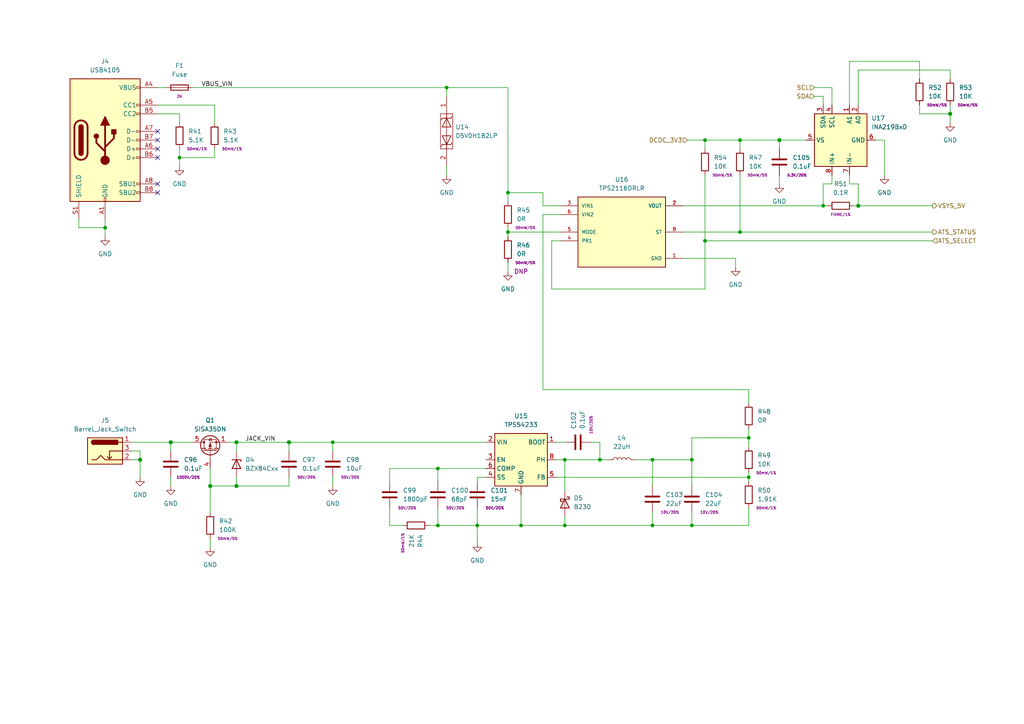
<source format=kicad_sch>
(kicad_sch (version 20211123) (generator eeschema)
  (paper "A4")
  (lib_symbols
    (symbol "Analog_ADC:INA219BxD"
      (property "Reference" "U" (at -6.35 8.89 0))
      (property "Value" "INA219BxD" (at 5.08 8.89 0))
      (symbol "INA219BxD_0_1"
        (rectangle (start -7.62 7.62) (end 7.62 -7.62) (stroke (width 0.254)) (fill (type background)))
      )
      (symbol "INA219BxD_1_1"
        (pin input line (at 10.16 -2.54 180) (length 2.54) (name "A1") (number "1"))
        (pin input line (at 10.16 -5.08 180) (length 2.54) (name "A0") (number "2"))
        (pin bidirectional line (at 10.16 5.08 180) (length 2.54) (name "SDA") (number "3"))
        (pin input line (at 10.16 2.54 180) (length 2.54) (name "SCL") (number "4"))
        (pin power_in line (at 0 10.16 270) (length 2.54) (name "VS") (number "5"))
        (pin power_in line (at 0 -10.16 90) (length 2.54) (name "GND") (number "6"))
        (pin input line (at -10.16 -2.54 0) (length 2.54) (name "IN-") (number "7"))
        (pin input line (at -10.16 2.54 0) (length 2.54) (name "IN+") (number "8"))
      )
    )
    (symbol "Connector:Barrel_Jack_Switch" (pin_names hide)
      (property "Reference" "J" (at 0 5.334 0))
      (property "Value" "Barrel_Jack_Switch" (at 0 -5.08 0))
      (symbol "Barrel_Jack_Switch_0_1"
        (rectangle (start -5.08 3.81) (end 5.08 -3.81) (stroke (width 0.254)) (fill (type background)))
        (arc (start -3.302 3.175) (mid -3.937 2.54) (end -3.302 1.905) (stroke (width 0.254)))
        (arc (start -3.302 3.175) (mid -3.937 2.54) (end -3.302 1.905) (stroke (width 0.254)) (fill (type outline)))
        (polyline (pts (xy 1.27 -2.286) (xy 1.905 -1.651)) (stroke (width 0.254)))
        (polyline (pts (xy 5.08 2.54) (xy 3.81 2.54)) (stroke (width 0.254)))
        (polyline (pts (xy 5.08 0) (xy 1.27 0) (xy 1.27 -2.286) (xy 0.635 -1.651)) (stroke (width 0.254)))
        (polyline (pts (xy -3.81 -2.54) (xy -2.54 -2.54) (xy -1.27 -1.27) (xy 0 -2.54) (xy 2.54 -2.54) (xy 5.08 -2.54)) (stroke (width 0.254)))
        (rectangle (start 3.683 3.175) (end -3.302 1.905) (stroke (width 0.254)) (fill (type outline)))
      )
      (symbol "Barrel_Jack_Switch_1_1"
        (pin passive line (at 7.62 2.54 180) (length 2.54) (name "~") (number "1"))
        (pin passive line (at 7.62 -2.54 180) (length 2.54) (name "~") (number "2"))
        (pin passive line (at 7.62 0 180) (length 2.54) (name "~") (number "3"))
      )
    )
    (symbol "Connector:USB_C_Receptacle_USB2.0" (pin_names (offset 1.016))
      (property "Reference" "J" (at -10.16 19.05 0))
      (property "Value" "USB_C_Receptacle_USB2.0" (at 19.05 19.05 0))
      (symbol "USB_C_Receptacle_USB2.0_0_0"
        (rectangle (start -0.254 -17.78) (end 0.254 -16.764))
        (rectangle (start 10.16 -14.986) (end 9.144 -15.494))
        (rectangle (start 10.16 -12.446) (end 9.144 -12.954))
        (rectangle (start 10.16 -4.826) (end 9.144 -5.334))
        (rectangle (start 10.16 -2.286) (end 9.144 -2.794))
        (rectangle (start 10.16 0.254) (end 9.144 -0.254))
        (rectangle (start 10.16 2.794) (end 9.144 2.286))
        (rectangle (start 10.16 7.874) (end 9.144 7.366))
        (rectangle (start 10.16 10.414) (end 9.144 9.906))
        (rectangle (start 10.16 15.494) (end 9.144 14.986))
      )
      (symbol "USB_C_Receptacle_USB2.0_0_1"
        (rectangle (start -10.16 17.78) (end 10.16 -17.78) (stroke (width 0.254)) (fill (type background)))
        (arc (start -8.89 -3.81) (mid -6.985 -5.715) (end -5.08 -3.81) (stroke (width 0.508)))
        (arc (start -7.62 -3.81) (mid -6.985 -4.445) (end -6.35 -3.81) (stroke (width 0.254)))
        (arc (start -7.62 -3.81) (mid -6.985 -4.445) (end -6.35 -3.81) (stroke (width 0.254)) (fill (type outline)))
        (rectangle (start -7.62 -3.81) (end -6.35 3.81) (stroke (width 0.254)) (fill (type outline)))
        (arc (start -6.35 3.81) (mid -6.985 4.445) (end -7.62 3.81) (stroke (width 0.254)))
        (arc (start -6.35 3.81) (mid -6.985 4.445) (end -7.62 3.81) (stroke (width 0.254)) (fill (type outline)))
        (arc (start -5.08 3.81) (mid -6.985 5.715) (end -8.89 3.81) (stroke (width 0.508)))
        (circle (center -2.54 1.143) (radius 0.635) (stroke (width 0.254)) (fill (type outline)))
        (circle (center 0 -5.842) (radius 1.27) (fill (type outline)))
        (polyline (pts (xy -8.89 -3.81) (xy -8.89 3.81)) (stroke (width 0.508)))
        (polyline (pts (xy -5.08 3.81) (xy -5.08 -3.81)) (stroke (width 0.508)))
        (polyline (pts (xy 0 -5.842) (xy 0 4.318)) (stroke (width 0.508)))
        (polyline (pts (xy 0 -3.302) (xy -2.54 -0.762) (xy -2.54 0.508)) (stroke (width 0.508)))
        (polyline (pts (xy 0 -2.032) (xy 2.54 0.508) (xy 2.54 1.778)) (stroke (width 0.508)))
        (polyline (pts (xy -1.27 4.318) (xy 0 6.858) (xy 1.27 4.318) (xy -1.27 4.318)) (stroke (width 0.254)) (fill (type outline)))
        (rectangle (start 1.905 1.778) (end 3.175 3.048) (stroke (width 0.254)) (fill (type outline)))
      )
      (symbol "USB_C_Receptacle_USB2.0_1_1"
        (pin passive line (at 0 -22.86 90) (length 5.08) (name "GND") (number "A1"))
        (pin passive line (at 0 -22.86 90) (length 5.08) hide (name "GND") (number "A12"))
        (pin passive line (at 15.24 15.24 180) (length 5.08) (name "VBUS") (number "A4"))
        (pin bidirectional line (at 15.24 10.16 180) (length 5.08) (name "CC1") (number "A5"))
        (pin bidirectional line (at 15.24 -2.54 180) (length 5.08) (name "D+") (number "A6"))
        (pin bidirectional line (at 15.24 2.54 180) (length 5.08) (name "D-") (number "A7"))
        (pin bidirectional line (at 15.24 -12.7 180) (length 5.08) (name "SBU1") (number "A8"))
        (pin passive line (at 15.24 15.24 180) (length 5.08) hide (name "VBUS") (number "A9"))
        (pin passive line (at 0 -22.86 90) (length 5.08) hide (name "GND") (number "B1"))
        (pin passive line (at 0 -22.86 90) (length 5.08) hide (name "GND") (number "B12"))
        (pin passive line (at 15.24 15.24 180) (length 5.08) hide (name "VBUS") (number "B4"))
        (pin bidirectional line (at 15.24 7.62 180) (length 5.08) (name "CC2") (number "B5"))
        (pin bidirectional line (at 15.24 -5.08 180) (length 5.08) (name "D+") (number "B6"))
        (pin bidirectional line (at 15.24 0 180) (length 5.08) (name "D-") (number "B7"))
        (pin bidirectional line (at 15.24 -15.24 180) (length 5.08) (name "SBU2") (number "B8"))
        (pin passive line (at 15.24 15.24 180) (length 5.08) hide (name "VBUS") (number "B9"))
        (pin passive line (at -7.62 -22.86 90) (length 5.08) (name "SHIELD") (number "S1"))
      )
    )
    (symbol "Device:C" (pin_numbers hide) (pin_names (offset 0.254))
      (property "Reference" "C" (at 0.635 2.54 0))
      (property "Value" "C" (at 0.635 -2.54 0))
      (symbol "C_0_1"
        (polyline (pts (xy -2.032 -0.762) (xy 2.032 -0.762)) (stroke (width 0.508)))
        (polyline (pts (xy -2.032 0.762) (xy 2.032 0.762)) (stroke (width 0.508)))
      )
      (symbol "C_1_1"
        (pin passive line (at 0 3.81 270) (length 2.794) (name "~") (number "1"))
        (pin passive line (at 0 -3.81 90) (length 2.794) (name "~") (number "2"))
      )
    )
    (symbol "Device:Fuse" (pin_numbers hide) (pin_names (offset 0))
      (property "Reference" "F" (at 2.032 0 90))
      (property "Value" "Fuse" (at -1.905 0 90))
      (symbol "Fuse_0_1"
        (rectangle (start -0.762 -2.54) (end 0.762 2.54) (stroke (width 0.254)))
        (polyline (pts (xy 0 2.54) (xy 0 -2.54)))
      )
      (symbol "Fuse_1_1"
        (pin passive line (at 0 3.81 270) (length 1.27) (name "~") (number "1"))
        (pin passive line (at 0 -3.81 90) (length 1.27) (name "~") (number "2"))
      )
    )
    (symbol "Device:L" (pin_numbers hide) (pin_names (offset 1.016) hide)
      (property "Reference" "L" (at -1.27 0 90))
      (property "Value" "L" (at 1.905 0 90))
      (symbol "L_0_1"
        (arc (start 0 -2.54) (mid 0.635 -1.905) (end 0 -1.27))
        (arc (start 0 -1.27) (mid 0.635 -0.635) (end 0 0))
        (arc (start 0 0) (mid 0.635 0.635) (end 0 1.27))
        (arc (start 0 1.27) (mid 0.635 1.905) (end 0 2.54))
      )
      (symbol "L_1_1"
        (pin passive line (at 0 3.81 270) (length 1.27) (name "1") (number "1"))
        (pin passive line (at 0 -3.81 90) (length 1.27) (name "2") (number "2"))
      )
    )
    (symbol "Device:R" (pin_numbers hide) (pin_names (offset 0))
      (property "Reference" "R" (at 2.032 0 90))
      (property "Value" "R" (at 0 0 90))
      (symbol "R_0_1"
        (rectangle (start -1.016 -2.54) (end 1.016 2.54) (stroke (width 0.254)))
      )
      (symbol "R_1_1"
        (pin passive line (at 0 3.81 270) (length 1.27) (name "~") (number "1"))
        (pin passive line (at 0 -3.81 90) (length 1.27) (name "~") (number "2"))
      )
    )
    (symbol "Diode:B230" (pin_numbers hide) (pin_names (offset 1.016) hide)
      (property "Reference" "D" (at 0 2.54 0))
      (property "Value" "B230" (at 0 -2.54 0))
      (symbol "B230_0_1"
        (polyline (pts (xy 1.27 0) (xy -1.27 0)))
        (polyline (pts (xy 1.27 1.27) (xy 1.27 -1.27) (xy -1.27 0) (xy 1.27 1.27)) (stroke (width 0.254)))
        (polyline (pts (xy -1.905 0.635) (xy -1.905 1.27) (xy -1.27 1.27) (xy -1.27 -1.27) (xy -0.635 -1.27) (xy -0.635 -0.635)) (stroke (width 0.254)))
      )
      (symbol "B230_1_1"
        (pin passive line (at -3.81 0 0) (length 2.54) (name "K") (number "1"))
        (pin passive line (at 3.81 0 180) (length 2.54) (name "A") (number "2"))
      )
    )
    (symbol "Diode:BZX84Cxx" (pin_numbers hide) (pin_names (offset 1.016) hide)
      (property "Reference" "D" (at 0 2.54 0))
      (property "Value" "BZX84Cxx" (at 0 -2.54 0))
      (symbol "BZX84Cxx_0_1"
        (polyline (pts (xy 1.27 0) (xy -1.27 0)))
        (polyline (pts (xy -1.27 -1.27) (xy -1.27 1.27) (xy -0.762 1.27)) (stroke (width 0.254)))
        (polyline (pts (xy 1.27 -1.27) (xy 1.27 1.27) (xy -1.27 0) (xy 1.27 -1.27)) (stroke (width 0.254)))
      )
      (symbol "BZX84Cxx_1_1"
        (pin passive line (at -3.81 0 0) (length 2.54) (name "K") (number "1"))
        (pin passive line (at 3.81 0 180) (length 2.54) (name "A") (number "2"))
      )
    )
    (symbol "Regulator_Switching:TPS54233"
      (property "Reference" "U" (at 0 11.43 0))
      (property "Value" "TPS54233" (at 0 8.89 0))
      (symbol "TPS54233_1_1"
        (rectangle (start -7.62 7.62) (end 7.62 -7.62) (stroke (width 0.254)) (fill (type background)))
        (pin input line (at 10.16 5.08 180) (length 2.54) (name "BOOT") (number "1"))
        (pin power_in line (at -10.16 5.08 0) (length 2.54) (name "VIN") (number "2"))
        (pin input line (at -10.16 0 0) (length 2.54) (name "EN") (number "3"))
        (pin input line (at -10.16 -5.08 0) (length 2.54) (name "SS") (number "4"))
        (pin input line (at 10.16 -5.08 180) (length 2.54) (name "FB") (number "5"))
        (pin passive line (at -10.16 -2.54 0) (length 2.54) (name "COMP") (number "6"))
        (pin power_in line (at 0 -10.16 90) (length 2.54) (name "GND") (number "7"))
        (pin output line (at 10.16 0 180) (length 2.54) (name "PH") (number "8"))
      )
    )
    (symbol "dNAS-CM4:SiSA35DN" (pin_names hide)
      (property "Reference" "Q" (at -1.27 8.89 0))
      (property "Value" "SiSA35DN" (at 0 6.35 0))
      (symbol "SiSA35DN_0_1"
        (circle (center -1.778 2.54) (radius 0.254) (fill (type outline)))
        (polyline (pts (xy -2.54 2.54) (xy -1.778 2.54)))
        (polyline (pts (xy -2.286 0.762) (xy -1.27 0.762)) (stroke (width 0.254)))
        (polyline (pts (xy -1.905 0.254) (xy 1.905 0.254)) (stroke (width 0.254)))
        (polyline (pts (xy -0.508 0.762) (xy 0.508 0.762)) (stroke (width 0.254)))
        (polyline (pts (xy 0 0.254) (xy 0 -2.54)))
        (polyline (pts (xy 1.27 0.762) (xy 2.286 0.762)) (stroke (width 0.254)))
        (polyline (pts (xy 2.54 2.54) (xy 0 2.54) (xy 0 0.762)))
        (polyline (pts (xy -1.778 0.762) (xy -1.778 3.302) (xy 1.778 3.302) (xy 1.778 0.762)))
        (polyline (pts (xy 0 2.286) (xy -0.381 1.27) (xy 0.381 1.27) (xy 0 2.286)) (fill (type outline)))
        (polyline (pts (xy 0.381 3.302) (xy -0.254 2.921) (xy -0.254 3.683) (xy 0.381 3.302)))
        (polyline (pts (xy 0.508 2.794) (xy 0.381 2.921) (xy 0.381 3.683) (xy 0.254 3.81)))
        (circle (center 0 1.651) (radius 2.794) (stroke (width 0.254)))
        (circle (center 1.778 2.54) (radius 0.254) (fill (type outline)))
      )
      (symbol "SiSA35DN_1_1"
        (pin passive line (at 5.08 2.54 180) (length 2.54) (name "S") (number "1"))
        (pin passive line (at 5.08 2.54 180) (length 2.54) hide (name "S") (number "2"))
        (pin passive line (at 5.08 2.54 180) (length 2.54) hide (name "S") (number "3"))
        (pin passive line (at 0 -5.08 90) (length 2.54) (name "G") (number "4"))
        (pin passive line (at -5.08 2.54 0) (length 2.54) (name "D") (number "5"))
      )
    )
    (symbol "imx6ull-sbc:D5V0H1B2LP" (pin_names (offset 1.016))
      (property "Reference" "U" (at 0 1.27 0))
      (property "Value" "D5V0H1B2LP" (at -0.127 -4.064 0))
      (symbol "D5V0H1B2LP_0_1"
        (polyline (pts (xy -3.81 -2.54) (xy -3.302 -2.794)) (stroke (width 0.2032)))
        (polyline (pts (xy -3.81 -1.27) (xy -5.08 -1.27)) (stroke (width 0.2032)))
        (polyline (pts (xy -3.81 0) (xy -4.318 0.254)) (stroke (width 0.2032)))
        (polyline (pts (xy 3.81 -2.54) (xy 4.318 -2.794)) (stroke (width 0.2032)))
        (polyline (pts (xy 3.81 0) (xy 3.302 0.254)) (stroke (width 0.2032)))
        (polyline (pts (xy 5.08 -1.27) (xy 3.81 -1.27)) (stroke (width 0.2032)))
      )
      (symbol "D5V0H1B2LP_1_1"
        (rectangle (start -5.08 0.508) (end 5.08 -3.048))
        (polyline (pts (xy -3.81 -1.27) (xy 3.81 -1.27)))
        (polyline (pts (xy -3.81 0) (xy -3.81 -2.54) (xy -3.81 -2.54)) (stroke (width 0.2032)))
        (polyline (pts (xy 3.81 0) (xy 3.81 -2.54) (xy 3.81 -2.54)) (stroke (width 0.2032)))
        (polyline (pts (xy -1.27 -2.54) (xy -3.81 -1.27) (xy -1.27 0) (xy -1.27 -2.54) (xy -1.27 -2.54) (xy -1.27 -2.54)) (stroke (width 0.2032)))
        (polyline (pts (xy 1.27 0) (xy 3.81 -1.27) (xy 1.27 -2.54) (xy 1.27 0) (xy 1.27 0) (xy 1.27 0)) (stroke (width 0.2032)))
        (pin passive line (at -10.16 -1.27 0) (length 5.08) (name "~") (number "1"))
        (pin passive line (at 10.16 -1.27 180) (length 5.08) (name "~") (number "2"))
      )
    )
    (symbol "imx6ull-sbc:TPS2116DRLR" (pin_names (offset 1.016))
      (property "Reference" "U" (at -12.7 11.049 0))
      (property "Value" "TPS2116DRLR" (at -12.7 -12.7 0))
      (symbol "TPS2116DRLR_0_0"
        (rectangle (start -12.7 -10.16) (end 12.7 10.16) (stroke (width 0.254)) (fill (type background)))
        (pin power_in line (at 17.78 -7.62 180) (length 5.08) (name "GND") (number "1"))
        (pin output line (at 17.78 7.62 180) (length 5.08) (name "VOUT") (number "2"))
        (pin input line (at -17.78 7.62 0) (length 5.08) (name "VIN1") (number "3"))
        (pin input line (at -17.78 -2.54 0) (length 5.08) (name "PR1") (number "4"))
        (pin input line (at -17.78 0 0) (length 5.08) (name "MODE") (number "5"))
        (pin input line (at -17.78 5.08 0) (length 5.08) (name "VIN2") (number "6"))
        (pin output line (at 17.78 7.62 180) (length 5.08) (name "VOUT") (number "7"))
        (pin output line (at 17.78 0 180) (length 5.08) (name "ST") (number "8"))
      )
    )
    (symbol "power:GND" (power) (pin_names (offset 0))
      (property "Value" "GND" (at 0 -3.81 0))
      (symbol "GND_0_1"
        (polyline (pts (xy 0 0) (xy 0 -1.27) (xy 1.27 -1.27) (xy 0 -2.54) (xy -1.27 -1.27) (xy 0 -1.27)))
      )
      (symbol "GND_1_1"
        (pin power_in line (at 0 0 270) (length 0) hide (name "GND") (number "1"))
      )
    )
  )
  (junction (at 147.32 67.31))
  (junction (at 204.47 69.85))
  (junction (at 189.23 133.35))
  (junction (at 52.07 45.72))
  (junction (at 200.66 133.35))
  (junction (at 204.47 40.64))
  (junction (at 163.83 152.4))
  (junction (at 200.66 152.4))
  (junction (at 151.13 152.4))
  (junction (at 129.54 25.4))
  (junction (at 147.32 55.88))
  (junction (at 127 135.89))
  (junction (at 96.52 128.27))
  (junction (at 248.92 59.69) (diameter 1.016))
  (junction (at 217.17 127))
  (junction (at 217.17 138.43))
  (junction (at 189.23 152.4))
  (junction (at 83.82 128.27) (diameter 1.016))
  (junction (at 68.58 128.27) (diameter 1.016))
  (junction (at 275.59 33.02) (diameter 1.016))
  (junction (at 173.99 133.35))
  (junction (at 40.64 133.35) (diameter 1.016))
  (junction (at 68.58 140.97) (diameter 1.016))
  (junction (at 30.48 66.04))
  (junction (at 226.06 40.64) (diameter 1.016))
  (junction (at 238.76 59.69))
  (junction (at 49.53 128.27) (diameter 1.016))
  (junction (at 163.83 133.35))
  (junction (at 60.96 140.97) (diameter 1.016))
  (junction (at 214.63 67.31))
  (junction (at 214.63 40.64))
  (junction (at 127 152.4))
  (junction (at 138.43 152.4))
  (no_connect (at 45.72 55.88))
  (no_connect (at 45.72 53.34))
  (no_connect (at 45.72 43.18))
  (no_connect (at 45.72 45.72))
  (no_connect (at 45.72 38.1))
  (no_connect (at 45.72 40.64))
  (wire (pts (xy 214.63 67.31) (xy 270.51 67.31)))
  (wire (pts (xy 217.17 137.16) (xy 217.17 138.43)))
  (wire (pts (xy 52.07 43.18) (xy 52.07 45.72)))
  (wire (pts (xy 30.48 66.04) (xy 30.48 68.58)))
  (wire (pts (xy 147.32 76.2) (xy 147.32 78.74)))
  (wire (pts (xy 204.47 40.64) (xy 214.63 40.64)))
  (wire (pts (xy 161.29 138.43) (xy 217.17 138.43)))
  (wire (pts (xy 254 40.64) (xy 256.54 40.64)))
  (wire (pts (xy 40.64 130.81) (xy 40.64 133.35)))
  (wire (pts (xy 83.82 140.97) (xy 68.58 140.97)))
  (wire (pts (xy 189.23 133.35) (xy 200.66 133.35)))
  (wire (pts (xy 241.3 50.8) (xy 241.3 53.34)))
  (wire (pts (xy 204.47 69.85) (xy 270.51 69.85)))
  (wire (pts (xy 246.38 53.34) (xy 248.92 53.34)))
  (wire (pts (xy 83.82 138.43) (xy 83.82 140.97)))
  (wire (pts (xy 200.66 127) (xy 200.66 133.35)))
  (wire (pts (xy 83.82 128.27) (xy 96.52 128.27)))
  (wire (pts (xy 173.99 133.35) (xy 163.83 133.35)))
  (wire (pts (xy 248.92 59.69) (xy 270.51 59.69)))
  (wire (pts (xy 52.07 45.72) (xy 62.23 45.72)))
  (wire (pts (xy 163.83 149.86) (xy 163.83 152.4)))
  (wire (pts (xy 226.06 43.18) (xy 226.06 40.64)))
  (wire (pts (xy 68.58 128.27) (xy 66.04 128.27)))
  (wire (pts (xy 200.66 133.35) (xy 200.66 140.97)))
  (wire (pts (xy 214.63 50.8) (xy 214.63 67.31)))
  (wire (pts (xy 266.7 30.48) (xy 266.7 33.02)))
  (wire (pts (xy 246.38 17.78) (xy 266.7 17.78)))
  (wire (pts (xy 160.02 69.85) (xy 162.56 69.85)))
  (wire (pts (xy 189.23 152.4) (xy 163.83 152.4)))
  (wire (pts (xy 147.32 55.88) (xy 147.32 58.42)))
  (wire (pts (xy 266.7 17.78) (xy 266.7 22.86)))
  (wire (pts (xy 127 152.4) (xy 138.43 152.4)))
  (wire (pts (xy 129.54 48.26) (xy 129.54 50.8)))
  (wire (pts (xy 163.83 133.35) (xy 163.83 142.24)))
  (wire (pts (xy 204.47 40.64) (xy 204.47 43.18)))
  (wire (pts (xy 275.59 30.48) (xy 275.59 33.02)))
  (wire (pts (xy 217.17 127) (xy 217.17 129.54)))
  (wire (pts (xy 157.48 55.88) (xy 157.48 59.69)))
  (wire (pts (xy 129.54 25.4) (xy 129.54 27.94)))
  (wire (pts (xy 68.58 138.43) (xy 68.58 140.97)))
  (wire (pts (xy 96.52 128.27) (xy 140.97 128.27)))
  (wire (pts (xy 214.63 40.64) (xy 214.63 43.18)))
  (wire (pts (xy 30.48 63.5) (xy 30.48 66.04)))
  (wire (pts (xy 62.23 43.18) (xy 62.23 45.72)))
  (wire (pts (xy 127 135.89) (xy 127 139.7)))
  (wire (pts (xy 248.92 53.34) (xy 248.92 59.69)))
  (wire (pts (xy 151.13 143.51) (xy 151.13 152.4)))
  (wire (pts (xy 247.65 59.69) (xy 248.92 59.69)))
  (wire (pts (xy 200.66 148.59) (xy 200.66 152.4)))
  (wire (pts (xy 96.52 128.27) (xy 96.52 130.81)))
  (wire (pts (xy 147.32 25.4) (xy 147.32 55.88)))
  (wire (pts (xy 173.99 128.27) (xy 173.99 133.35)))
  (wire (pts (xy 147.32 66.04) (xy 147.32 67.31)))
  (wire (pts (xy 161.29 128.27) (xy 163.83 128.27)))
  (wire (pts (xy 96.52 138.43) (xy 96.52 140.97)))
  (wire (pts (xy 55.88 25.4) (xy 129.54 25.4)))
  (wire (pts (xy 226.06 50.8) (xy 226.06 53.34)))
  (wire (pts (xy 226.06 40.64) (xy 233.68 40.64)))
  (wire (pts (xy 248.92 30.48) (xy 248.92 20.32)))
  (wire (pts (xy 173.99 133.35) (xy 176.53 133.35)))
  (wire (pts (xy 113.03 135.89) (xy 127 135.89)))
  (wire (pts (xy 68.58 128.27) (xy 83.82 128.27)))
  (wire (pts (xy 157.48 113.03) (xy 157.48 62.23)))
  (wire (pts (xy 157.48 59.69) (xy 162.56 59.69)))
  (wire (pts (xy 60.96 140.97) (xy 60.96 148.59)))
  (wire (pts (xy 200.66 152.4) (xy 189.23 152.4)))
  (wire (pts (xy 138.43 138.43) (xy 140.97 138.43)))
  (wire (pts (xy 138.43 139.7) (xy 138.43 138.43)))
  (wire (pts (xy 45.72 25.4) (xy 48.26 25.4)))
  (wire (pts (xy 49.53 128.27) (xy 55.88 128.27)))
  (wire (pts (xy 22.86 63.5) (xy 22.86 66.04)))
  (wire (pts (xy 60.96 156.21) (xy 60.96 158.75)))
  (wire (pts (xy 60.96 140.97) (xy 68.58 140.97)))
  (wire (pts (xy 241.3 25.4) (xy 241.3 30.48)))
  (wire (pts (xy 147.32 67.31) (xy 147.32 68.58)))
  (wire (pts (xy 147.32 67.31) (xy 162.56 67.31)))
  (wire (pts (xy 138.43 152.4) (xy 138.43 157.48)))
  (wire (pts (xy 217.17 124.46) (xy 217.17 127)))
  (wire (pts (xy 147.32 55.88) (xy 157.48 55.88)))
  (wire (pts (xy 238.76 53.34) (xy 238.76 59.69)))
  (wire (pts (xy 248.92 20.32) (xy 275.59 20.32)))
  (wire (pts (xy 49.53 138.43) (xy 49.53 140.97)))
  (wire (pts (xy 241.3 53.34) (xy 238.76 53.34)))
  (wire (pts (xy 236.22 27.94) (xy 238.76 27.94)))
  (wire (pts (xy 217.17 147.32) (xy 217.17 152.4)))
  (wire (pts (xy 213.36 77.47) (xy 213.36 74.93)))
  (wire (pts (xy 52.07 33.02) (xy 45.72 33.02)))
  (wire (pts (xy 60.96 135.89) (xy 60.96 140.97)))
  (wire (pts (xy 171.45 128.27) (xy 173.99 128.27)))
  (wire (pts (xy 38.1 128.27) (xy 49.53 128.27)))
  (wire (pts (xy 246.38 30.48) (xy 246.38 17.78)))
  (wire (pts (xy 217.17 116.84) (xy 217.17 113.03)))
  (wire (pts (xy 129.54 25.4) (xy 147.32 25.4)))
  (wire (pts (xy 275.59 33.02) (xy 275.59 35.56)))
  (wire (pts (xy 157.48 62.23) (xy 162.56 62.23)))
  (wire (pts (xy 127 135.89) (xy 140.97 135.89)))
  (wire (pts (xy 189.23 133.35) (xy 184.15 133.35)))
  (wire (pts (xy 124.46 152.4) (xy 127 152.4)))
  (wire (pts (xy 238.76 27.94) (xy 238.76 30.48)))
  (wire (pts (xy 217.17 127) (xy 200.66 127)))
  (wire (pts (xy 113.03 139.7) (xy 113.03 135.89)))
  (wire (pts (xy 22.86 66.04) (xy 30.48 66.04)))
  (wire (pts (xy 52.07 35.56) (xy 52.07 33.02)))
  (wire (pts (xy 236.22 25.4) (xy 241.3 25.4)))
  (wire (pts (xy 214.63 67.31) (xy 198.12 67.31)))
  (wire (pts (xy 217.17 138.43) (xy 217.17 139.7)))
  (wire (pts (xy 52.07 45.72) (xy 52.07 48.26)))
  (wire (pts (xy 189.23 148.59) (xy 189.23 152.4)))
  (wire (pts (xy 38.1 133.35) (xy 40.64 133.35)))
  (wire (pts (xy 151.13 152.4) (xy 163.83 152.4)))
  (wire (pts (xy 214.63 40.64) (xy 226.06 40.64)))
  (wire (pts (xy 38.1 130.81) (xy 40.64 130.81)))
  (wire (pts (xy 49.53 128.27) (xy 49.53 130.81)))
  (wire (pts (xy 163.83 133.35) (xy 161.29 133.35)))
  (wire (pts (xy 113.03 152.4) (xy 113.03 147.32)))
  (wire (pts (xy 83.82 128.27) (xy 83.82 130.81)))
  (wire (pts (xy 204.47 69.85) (xy 204.47 83.82)))
  (wire (pts (xy 213.36 74.93) (xy 198.12 74.93)))
  (wire (pts (xy 68.58 130.81) (xy 68.58 128.27)))
  (wire (pts (xy 204.47 50.8) (xy 204.47 69.85)))
  (wire (pts (xy 45.72 30.48) (xy 62.23 30.48)))
  (wire (pts (xy 151.13 152.4) (xy 138.43 152.4)))
  (wire (pts (xy 238.76 59.69) (xy 240.03 59.69)))
  (wire (pts (xy 40.64 133.35) (xy 40.64 138.43)))
  (wire (pts (xy 138.43 147.32) (xy 138.43 152.4)))
  (wire (pts (xy 62.23 30.48) (xy 62.23 35.56)))
  (wire (pts (xy 217.17 113.03) (xy 157.48 113.03)))
  (wire (pts (xy 275.59 20.32) (xy 275.59 22.86)))
  (wire (pts (xy 127 147.32) (xy 127 152.4)))
  (wire (pts (xy 198.12 59.69) (xy 238.76 59.69)))
  (wire (pts (xy 266.7 33.02) (xy 275.59 33.02)))
  (wire (pts (xy 256.54 40.64) (xy 256.54 50.8)))
  (wire (pts (xy 189.23 140.97) (xy 189.23 133.35)))
  (wire (pts (xy 199.39 40.64) (xy 204.47 40.64)))
  (wire (pts (xy 246.38 50.8) (xy 246.38 53.34)))
  (wire (pts (xy 217.17 152.4) (xy 200.66 152.4)))
  (wire (pts (xy 160.02 83.82) (xy 160.02 69.85)))
  (wire (pts (xy 204.47 83.82) (xy 160.02 83.82)))
  (wire (pts (xy 116.84 152.4) (xy 113.03 152.4)))
  (label "JACK_VIN" (at 71.12 128.27 0))
  (label "VBUS_VIN" (at 58.42 25.4 0))
  (hierarchical_label "ATS_SELECT" (shape input) (at 270.51 69.85 0))
  (hierarchical_label "DCDC_3V3" (shape input) (at 199.39 40.64 180))
  (hierarchical_label "ATS_STATUS" (shape output) (at 270.51 67.31 0))
  (hierarchical_label "VSYS_5V" (shape output) (at 270.51 59.69 0))
  (hierarchical_label "SDA" (shape input) (at 236.22 27.94 180))
  (hierarchical_label "SCL" (shape input) (at 236.22 25.4 180))
  (symbol (lib_id "Device:C") (at 226.06 46.99 0) (unit 1)
    (property "Reference" "C105" (at 229.87 45.7199 0) (effects (justify left)))
    (property "Value" "0.1uF" (at 229.87 48.2599 0) (effects (justify left)))
    (property "Footprint" "Capacitor_SMD:C_0402_1005Metric" (effects hide))
    (property "Rating" "6.3V/20%" (at 231.14 50.8 0) (effects (font (size 0.762 0.762))))
  )
  (symbol (lib_id "Device:R") (at 275.59 26.67 0) (unit 1)
    (property "Reference" "R53" (at 278.13 25.3999 0) (effects (justify left)))
    (property "Value" "10K" (at 278.13 27.9399 0) (effects (justify left)))
    (property "Footprint" "Resistor_SMD:R_0402_1005Metric" (effects hide))
    (property "Rating" "50mW/5%" (at 280.67 30.48 0) (effects (font (size 0.762 0.762))))
  )
  (symbol (lib_id "Device:R") (at 147.32 72.39 0) (unit 1)
    (property "Reference" "R46" (at 149.86 71.1199 0) (effects (justify left)))
    (property "Value" "0R" (at 149.86 73.6599 0) (effects (justify left)))
    (property "Footprint" "Resistor_SMD:R_0402_1005Metric" (effects hide))
    (property "Rating" "50mW/5%" (at 152.4 76.2 0) (effects (font (size 0.762 0.762))))
    (property "DNP" "DNP" (at 151.13 78.74 0))
  )
  (symbol (lib_id "power:GND") (at 96.52 140.97 0) (unit 1)
    (property "Reference" "#PWR0187" (effects hide))
    (property "Value" "GND" (at 96.52 146.05 0))
  )
  (symbol (lib_id "power:GND") (at 30.48 68.58 0) (unit 1)
    (property "Reference" "#PWR0184" (effects hide))
    (property "Value" "GND" (at 30.48 73.66 0))
  )
  (symbol (lib_id "Connector:Barrel_Jack_Switch") (at 30.48 130.81 0) (unit 1)
    (property "Reference" "J5" (at 30.48 121.92 0))
    (property "Value" "Barrel_Jack_Switch" (at 30.48 124.46 0))
    (property "Footprint" "imx6ull-sbc:TENSILITY_54-00167" (effects hide))
    (property "DigiKey_PN" "839-54-00167-ND" (effects hide))
  )
  (symbol (lib_id "Device:C") (at 49.53 134.62 0) (unit 1)
    (property "Reference" "C96" (at 53.34 133.3499 0) (effects (justify left)))
    (property "Value" "0.1uF" (at 53.34 135.8899 0) (effects (justify left)))
    (property "Footprint" "Capacitor_SMD:C_0603_1608Metric" (effects hide))
    (property "Rating" "1000V/20%" (at 54.61 138.43 0) (effects (font (size 0.762 0.762))))
  )
  (symbol (lib_id "power:GND") (at 213.36 77.47 0) (unit 1)
    (property "Reference" "#PWR0188" (effects hide))
    (property "Value" "GND" (at 213.36 82.55 0))
  )
  (symbol (lib_id "Device:L") (at 180.34 133.35 90) (unit 1)
    (property "Reference" "L4" (at 180.34 127 90))
    (property "Value" "22uH" (at 180.34 129.54 90))
    (property "Footprint" "Inductor_SMD:L_Vishay_IHLP-2525" (effects hide))
  )
  (symbol (lib_id "Device:R") (at 60.96 152.4 0) (unit 1)
    (property "Reference" "R42" (at 63.5 151.1299 0) (effects (justify left)))
    (property "Value" "100K" (at 63.5 153.6699 0) (effects (justify left)))
    (property "Footprint" "Resistor_SMD:R_0402_1005Metric" (effects hide))
    (property "Rating" "50mW/5%" (at 66.04 156.21 0) (effects (font (size 0.762 0.762))))
  )
  (symbol (lib_id "Device:C") (at 200.66 144.78 0) (unit 1)
    (property "Reference" "C104" (at 204.47 143.5099 0) (effects (justify left)))
    (property "Value" "22uF" (at 204.47 146.0499 0) (effects (justify left)))
    (property "Footprint" "Capacitor_SMD:C_0805_2012Metric" (effects hide))
    (property "Rating" "10V/20%" (at 205.74 148.59 0) (effects (font (size 0.762 0.762))))
  )
  (symbol (lib_id "Device:R") (at 204.47 46.99 0) (unit 1)
    (property "Reference" "R54" (at 207.01 45.7199 0) (effects (justify left)))
    (property "Value" "10K" (at 207.01 48.2599 0) (effects (justify left)))
    (property "Footprint" "Resistor_SMD:R_0402_1005Metric" (effects hide))
    (property "Rating" "50mW/5%" (at 209.55 50.8 0) (effects (font (size 0.762 0.762))))
  )
  (symbol (lib_id "power:GND") (at 40.64 138.43 0) (unit 1)
    (property "Reference" "#PWR0183" (effects hide))
    (property "Value" "GND" (at 40.64 143.51 0))
  )
  (symbol (lib_id "Device:R") (at 217.17 133.35 0) (unit 1)
    (property "Reference" "R49" (at 219.71 132.0799 0) (effects (justify left)))
    (property "Value" "10K" (at 219.71 134.6199 0) (effects (justify left)))
    (property "Footprint" "Resistor_SMD:R_0402_1005Metric" (effects hide))
    (property "Rating" "50mW/1%" (at 222.25 137.16 0) (effects (font (size 0.762 0.762))))
  )
  (symbol (lib_id "Diode:BZX84Cxx") (at 68.58 134.62 270) (unit 1)
    (property "Reference" "D4" (at 71.12 133.3499 90) (effects (justify left)))
    (property "Value" "BZX84Cxx" (at 71.12 135.8899 90) (effects (justify left)))
    (property "Footprint" "Diode_SMD:D_SOT-23_ANK" (effects hide))
    (property "Datasheet" "https://diotec.com/tl_files/diotec/files/pdf/datasheets/bzx84c2v4.pdf" (effects hide))
    (property "DigiKey_PN" "SZBZX84C12LT3GOSCT-ND" (effects hide))
    (property "Mouser_PN" "863-SZBZX84C12LT3G" (effects hide))
  )
  (symbol (lib_id "Device:R") (at 217.17 143.51 0) (unit 1)
    (property "Reference" "R50" (at 219.71 142.2399 0) (effects (justify left)))
    (property "Value" "1.91K" (at 219.71 144.7799 0) (effects (justify left)))
    (property "Footprint" "Resistor_SMD:R_0402_1005Metric" (effects hide))
    (property "Rating" "50mW/1%" (at 222.25 147.32 0) (effects (font (size 0.762 0.762))))
  )
  (symbol (lib_id "imx6ull-sbc:TPS2116DRLR") (at 180.34 67.31 0) (unit 1)
    (property "Reference" "U16" (at 180.34 52.07 0))
    (property "Value" "TPS2116DRLR" (at 180.34 54.61 0))
    (property "Footprint" "imx6ull-sbc:SOTFL50P160X60-8N" (effects hide))
    (property "MANUFACTURER" "Texas Instruments" (effects hide))
    (property "STANDARD" "IPC 7351B" (effects hide))
    (property "PARTREV" "A" (effects hide))
    (property "MAXIMUM_PACKAGE_HEIGHT" "0.6 mm" (effects hide))
  )
  (symbol (lib_id "power:GND") (at 129.54 50.8 0) (unit 1)
    (property "Reference" "#PWR0177" (effects hide))
    (property "Value" "GND" (at 129.54 55.88 0))
  )
  (symbol (lib_id "power:GND") (at 256.54 50.8 0) (unit 1)
    (property "Reference" "#PWR0181" (effects hide))
    (property "Value" "GND" (at 256.54 55.88 0))
  )
  (symbol (lib_id "Device:R") (at 266.7 26.67 0) (unit 1)
    (property "Reference" "R52" (at 269.24 25.3999 0) (effects (justify left)))
    (property "Value" "10K" (at 269.24 27.9399 0) (effects (justify left)))
    (property "Footprint" "Resistor_SMD:R_0402_1005Metric" (effects hide))
    (property "Rating" "50mW/5%" (at 271.78 30.48 0) (effects (font (size 0.762 0.762))))
  )
  (symbol (lib_id "Device:R") (at 52.07 39.37 0) (unit 1)
    (property "Reference" "R41" (at 54.61 38.0999 0) (effects (justify left)))
    (property "Value" "5.1K" (at 54.61 40.6399 0) (effects (justify left)))
    (property "Footprint" "Resistor_SMD:R_0402_1005Metric" (effects hide))
    (property "Rating" "50mW/1%" (at 57.15 43.18 0) (effects (font (size 0.762 0.762))))
  )
  (symbol (lib_id "power:GND") (at 147.32 78.74 0) (unit 1)
    (property "Reference" "#PWR0178" (effects hide))
    (property "Value" "GND" (at 147.32 83.82 0))
  )
  (symbol (lib_id "Device:R") (at 214.63 46.99 0) (unit 1)
    (property "Reference" "R47" (at 217.17 45.7199 0) (effects (justify left)))
    (property "Value" "10K" (at 217.17 48.2599 0) (effects (justify left)))
    (property "Footprint" "Resistor_SMD:R_0402_1005Metric" (effects hide))
    (property "Rating" "50mW/5%" (at 219.71 50.8 0) (effects (font (size 0.762 0.762))))
  )
  (symbol (lib_id "power:GND") (at 49.53 140.97 0) (unit 1)
    (property "Reference" "#PWR0182" (effects hide))
    (property "Value" "GND" (at 49.53 146.05 0))
  )
  (symbol (lib_id "Device:C") (at 113.03 143.51 0) (unit 1)
    (property "Reference" "C99" (at 116.84 142.2399 0) (effects (justify left)))
    (property "Value" "1800pF" (at 116.84 144.7799 0) (effects (justify left)))
    (property "Footprint" "Capacitor_SMD:C_0402_1005Metric" (effects hide))
    (property "Rating" "50V/20%" (at 118.11 147.32 0) (effects (font (size 0.762 0.762))))
  )
  (symbol (lib_id "Regulator_Switching:TPS54233") (at 151.13 133.35 0) (unit 1)
    (property "Reference" "U15" (at 151.13 120.65 0))
    (property "Value" "TPS54233" (at 151.13 123.19 0))
    (property "Footprint" "Package_SO:SOIC-8_3.9x4.9mm_P1.27mm" (effects hide))
    (property "Datasheet" "http://www.ti.com/lit/ds/symlink/tps54233.pdf" (effects hide))
  )
  (symbol (lib_id "Connector:USB_C_Receptacle_USB2.0") (at 30.48 40.64 0) (unit 1)
    (property "Reference" "J4" (at 30.48 17.78 0))
    (property "Value" "USB4105" (at 30.48 20.32 0))
    (property "Footprint" "Connector_USB:USB_C_Receptacle_HRO_TYPE-C-31-M-12" (effects hide))
    (property "Datasheet" "https://www.usb.org/sites/default/files/documents/usb_type-c.zip" (effects hide))
  )
  (symbol (lib_id "Device:C") (at 138.43 143.51 0) (unit 1)
    (property "Reference" "C101" (at 142.24 142.2399 0) (effects (justify left)))
    (property "Value" "15nF" (at 142.24 144.7799 0) (effects (justify left)))
    (property "Footprint" "Capacitor_SMD:C_0402_1005Metric" (effects hide))
    (property "Rating" "50V/20%" (at 143.51 147.32 0) (effects (font (size 0.762 0.762))))
  )
  (symbol (lib_id "Device:R") (at 120.65 152.4 270) (unit 1)
    (property "Reference" "R44" (at 121.9201 154.94 0) (effects (justify left)))
    (property "Value" "21K" (at 119.3801 154.94 0) (effects (justify left)))
    (property "Footprint" "Resistor_SMD:R_0402_1005Metric" (effects hide))
    (property "Rating" "50mW/1%" (at 116.84 157.48 0) (effects (font (size 0.762 0.762))))
  )
  (symbol (lib_id "Device:R") (at 62.23 39.37 0) (unit 1)
    (property "Reference" "R43" (at 64.77 38.0999 0) (effects (justify left)))
    (property "Value" "5.1K" (at 64.77 40.6399 0) (effects (justify left)))
    (property "Footprint" "Resistor_SMD:R_0402_1005Metric" (effects hide))
    (property "Rating" "50mW/1%" (at 67.31 43.18 0) (effects (font (size 0.762 0.762))))
  )
  (symbol (lib_id "Device:C") (at 127 143.51 0) (unit 1)
    (property "Reference" "C100" (at 130.81 142.2399 0) (effects (justify left)))
    (property "Value" "68pF" (at 130.81 144.7799 0) (effects (justify left)))
    (property "Footprint" "Capacitor_SMD:C_0402_1005Metric" (effects hide))
    (property "Rating" "50V/20%" (at 132.08 147.32 0) (effects (font (size 0.762 0.762))))
  )
  (symbol (lib_id "power:GND") (at 226.06 53.34 0) (unit 1)
    (property "Reference" "#PWR0189" (effects hide))
    (property "Value" "GND" (at 226.06 58.42 0))
  )
  (symbol (lib_id "Device:Fuse") (at 52.07 25.4 90) (unit 1)
    (property "Reference" "F1" (at 52.07 19.05 90))
    (property "Value" "Fuse" (at 52.07 21.59 90))
    (property "Footprint" "Fuse:Fuse_0805_2012Metric" (effects hide))
    (property "Rating" "2A" (at 52.07 27.94 90) (effects (font (size 0.762 0.762))))
  )
  (symbol (lib_id "Diode:B230") (at 163.83 146.05 270) (unit 1)
    (property "Reference" "D5" (at 166.37 144.4624 90) (effects (justify left)))
    (property "Value" "B230" (at 166.37 147.0024 90) (effects (justify left)))
    (property "Footprint" "Diode_SMD:D_SMB" (effects hide))
    (property "Datasheet" "http://www.jameco.com/Jameco/Products/ProdDS/1538777.pdf" (effects hide))
  )
  (symbol (lib_id "Device:R") (at 147.32 62.23 0) (unit 1)
    (property "Reference" "R45" (at 149.86 60.9599 0) (effects (justify left)))
    (property "Value" "0R" (at 149.86 63.4999 0) (effects (justify left)))
    (property "Footprint" "Resistor_SMD:R_0402_1005Metric" (effects hide))
    (property "Rating" "50mW/5%" (at 152.4 66.04 0) (effects (font (size 0.762 0.762))))
  )
  (symbol (lib_id "Device:C") (at 96.52 134.62 0) (unit 1)
    (property "Reference" "C98" (at 100.33 133.3499 0) (effects (justify left)))
    (property "Value" "10uF" (at 100.33 135.8899 0) (effects (justify left)))
    (property "Footprint" "Capacitor_SMD:C_1206_3216Metric" (effects hide))
    (property "Rating" "50V/20%" (at 101.6 138.43 0) (effects (font (size 0.762 0.762))))
  )
  (symbol (lib_id "dNAS-CM4:SiSA35DN") (at 60.96 130.81 0) (unit 1)
    (property "Reference" "Q1" (at 60.96 121.92 0))
    (property "Value" "SiSA35DN" (at 60.96 124.46 0))
    (property "Footprint" "Package_SO:Vishay_PowerPAK_1212-8_Single" (effects hide))
    (property "Datasheet" "https://www.vishay.com/docs/75831/sisa35dn.pdf" (effects hide))
    (property "DigiKey_PN" "742-SISA35DN-T1-GE3CT-ND" (effects hide))
    (property "Mouser_PN" "78-SISA35DN-T1-GE3" (effects hide))
  )
  (symbol (lib_id "imx6ull-sbc:D5V0H1B2LP") (at 130.81 38.1 270) (unit 1)
    (property "Reference" "U14" (at 132.08 36.8299 90) (effects (justify left)))
    (property "Value" "D5V0H1B2LP" (at 132.08 39.3699 90) (effects (justify left)))
    (property "Footprint" "imx6ull-sbc:DFN100X60X45-2N" (effects hide))
  )
  (symbol (lib_id "Device:C") (at 167.64 128.27 90) (unit 1)
    (property "Reference" "C102" (at 166.3699 124.46 0) (effects (justify left)))
    (property "Value" "0.1uF" (at 168.9099 124.46 0) (effects (justify left)))
    (property "Footprint" "Capacitor_SMD:C_0402_1005Metric" (effects hide))
    (property "Rating" "10V/20%" (at 171.45 123.19 0) (effects (font (size 0.762 0.762))))
  )
  (symbol (lib_id "Device:R") (at 217.17 120.65 180) (unit 1)
    (property "Reference" "R48" (at 219.71 119.3799 0) (effects (justify right)))
    (property "Value" "0R" (at 219.71 121.9199 0) (effects (justify right)))
    (property "Footprint" "Resistor_SMD:R_0805_2012Metric" (effects hide))
  )
  (symbol (lib_id "power:GND") (at 275.59 35.56 0) (unit 1)
    (property "Reference" "#PWR0180" (effects hide))
    (property "Value" "GND" (at 275.59 40.64 0))
  )
  (symbol (lib_id "Analog_ADC:INA219BxD") (at 243.84 40.64 90) (unit 1)
    (property "Reference" "U17" (at 252.73 34.2899 90) (effects (justify right)))
    (property "Value" "INA219BxD" (at 252.73 36.8299 90) (effects (justify right)))
    (property "Footprint" "Package_SO:SOIC-8_3.9x4.9mm_P1.27mm" (effects hide))
    (property "Datasheet" "http://www.ti.com/lit/ds/symlink/ina219.pdf" (effects hide))
    (property "DigiKey_PN" "296-27899-1-ND" (effects hide))
    (property "Mouser_PN" "595-INA219AID" (effects hide))
  )
  (symbol (lib_id "Device:C") (at 189.23 144.78 0) (unit 1)
    (property "Reference" "C103" (at 193.04 143.5099 0) (effects (justify left)))
    (property "Value" "22uF" (at 193.04 146.0499 0) (effects (justify left)))
    (property "Footprint" "Capacitor_SMD:C_0805_2012Metric" (effects hide))
    (property "Rating" "10V/20%" (at 194.31 148.59 0) (effects (font (size 0.762 0.762))))
  )
  (symbol (lib_id "power:GND") (at 138.43 157.48 0) (unit 1)
    (property "Reference" "#PWR0186" (effects hide))
    (property "Value" "GND" (at 138.43 162.56 0))
  )
  (symbol (lib_id "Device:R") (at 243.84 59.69 90) (unit 1)
    (property "Reference" "R51" (at 243.84 53.34 90))
    (property "Value" "0.1R" (at 243.84 55.88 90))
    (property "Footprint" "Resistor_SMD:R_1206_3216Metric" (effects hide))
    (property "DigiKey_PN" "CSNL1206FT1L00CT-ND" (effects hide))
    (property "Mouser_PN" "603-AF1206FR-071ML" (effects hide))
    (property "Rating" "FIXME/1%" (at 243.84 62.23 90) (effects (font (size 0.762 0.762))))
  )
  (symbol (lib_id "power:GND") (at 52.07 48.26 0) (unit 1)
    (property "Reference" "#PWR0179" (effects hide))
    (property "Value" "GND" (at 52.07 53.34 0))
  )
  (symbol (lib_id "power:GND") (at 60.96 158.75 0) (unit 1)
    (property "Reference" "#PWR0185" (effects hide))
    (property "Value" "GND" (at 60.96 163.83 0))
  )
  (symbol (lib_id "Device:C") (at 83.82 134.62 0) (unit 1)
    (property "Reference" "C97" (at 87.63 133.3499 0) (effects (justify left)))
    (property "Value" "0.1uF" (at 87.63 135.8899 0) (effects (justify left)))
    (property "Footprint" "Capacitor_SMD:C_0603_1608Metric" (effects hide))
    (property "Rating" "50V/20%" (at 88.9 138.43 0) (effects (font (size 0.762 0.762))))
  )
)
</source>
